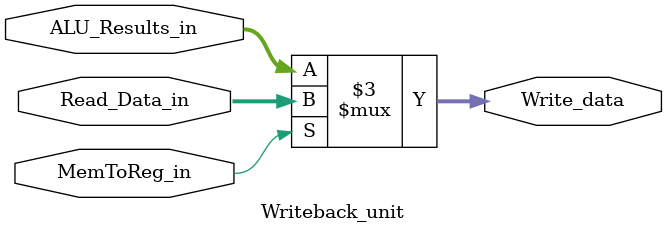
<source format=v>
`timescale 1ns / 1ps

module Writeback_unit(input MemToReg_in,
input [31:0] Read_Data_in,ALU_Results_in,
output reg [31:0] Write_data
    );
   
always@(*)  
begin
    if (MemToReg_in)
        Write_data<=Read_Data_in;
    else
        Write_data<=ALU_Results_in;
end      
endmodule
</source>
